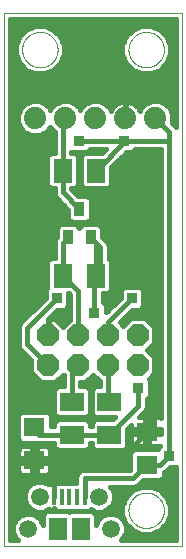
<source format=gbl>
G75*
%MOIN*%
%OFA0B0*%
%FSLAX25Y25*%
%IPPOS*%
%LPD*%
%AMOC8*
5,1,8,0,0,1.08239X$1,22.5*
%
%ADD10C,0.00000*%
%ADD11R,0.07087X0.06299*%
%ADD12OC8,0.07400*%
%ADD13C,0.07400*%
%ADD14R,0.03543X0.04724*%
%ADD15R,0.06299X0.07874*%
%ADD16R,0.07874X0.06299*%
%ADD17C,0.05937*%
%ADD18R,0.01575X0.05315*%
%ADD19R,0.05906X0.07480*%
%ADD20C,0.01600*%
%ADD21R,0.03562X0.03562*%
D10*
X0001800Y0005756D02*
X0001800Y0183295D01*
X0060855Y0183295D01*
X0060855Y0005756D01*
X0001800Y0005756D01*
X0043138Y0017567D02*
X0043140Y0017720D01*
X0043146Y0017874D01*
X0043156Y0018027D01*
X0043170Y0018179D01*
X0043188Y0018332D01*
X0043210Y0018483D01*
X0043235Y0018634D01*
X0043265Y0018785D01*
X0043299Y0018935D01*
X0043336Y0019083D01*
X0043377Y0019231D01*
X0043422Y0019377D01*
X0043471Y0019523D01*
X0043524Y0019667D01*
X0043580Y0019809D01*
X0043640Y0019950D01*
X0043704Y0020090D01*
X0043771Y0020228D01*
X0043842Y0020364D01*
X0043917Y0020498D01*
X0043994Y0020630D01*
X0044076Y0020760D01*
X0044160Y0020888D01*
X0044248Y0021014D01*
X0044339Y0021137D01*
X0044433Y0021258D01*
X0044531Y0021376D01*
X0044631Y0021492D01*
X0044735Y0021605D01*
X0044841Y0021716D01*
X0044950Y0021824D01*
X0045062Y0021929D01*
X0045176Y0022030D01*
X0045294Y0022129D01*
X0045413Y0022225D01*
X0045535Y0022318D01*
X0045660Y0022407D01*
X0045787Y0022494D01*
X0045916Y0022576D01*
X0046047Y0022656D01*
X0046180Y0022732D01*
X0046315Y0022805D01*
X0046452Y0022874D01*
X0046591Y0022939D01*
X0046731Y0023001D01*
X0046873Y0023059D01*
X0047016Y0023114D01*
X0047161Y0023165D01*
X0047307Y0023212D01*
X0047454Y0023255D01*
X0047602Y0023294D01*
X0047751Y0023330D01*
X0047901Y0023361D01*
X0048052Y0023389D01*
X0048203Y0023413D01*
X0048356Y0023433D01*
X0048508Y0023449D01*
X0048661Y0023461D01*
X0048814Y0023469D01*
X0048967Y0023473D01*
X0049121Y0023473D01*
X0049274Y0023469D01*
X0049427Y0023461D01*
X0049580Y0023449D01*
X0049732Y0023433D01*
X0049885Y0023413D01*
X0050036Y0023389D01*
X0050187Y0023361D01*
X0050337Y0023330D01*
X0050486Y0023294D01*
X0050634Y0023255D01*
X0050781Y0023212D01*
X0050927Y0023165D01*
X0051072Y0023114D01*
X0051215Y0023059D01*
X0051357Y0023001D01*
X0051497Y0022939D01*
X0051636Y0022874D01*
X0051773Y0022805D01*
X0051908Y0022732D01*
X0052041Y0022656D01*
X0052172Y0022576D01*
X0052301Y0022494D01*
X0052428Y0022407D01*
X0052553Y0022318D01*
X0052675Y0022225D01*
X0052794Y0022129D01*
X0052912Y0022030D01*
X0053026Y0021929D01*
X0053138Y0021824D01*
X0053247Y0021716D01*
X0053353Y0021605D01*
X0053457Y0021492D01*
X0053557Y0021376D01*
X0053655Y0021258D01*
X0053749Y0021137D01*
X0053840Y0021014D01*
X0053928Y0020888D01*
X0054012Y0020760D01*
X0054094Y0020630D01*
X0054171Y0020498D01*
X0054246Y0020364D01*
X0054317Y0020228D01*
X0054384Y0020090D01*
X0054448Y0019950D01*
X0054508Y0019809D01*
X0054564Y0019667D01*
X0054617Y0019523D01*
X0054666Y0019377D01*
X0054711Y0019231D01*
X0054752Y0019083D01*
X0054789Y0018935D01*
X0054823Y0018785D01*
X0054853Y0018634D01*
X0054878Y0018483D01*
X0054900Y0018332D01*
X0054918Y0018179D01*
X0054932Y0018027D01*
X0054942Y0017874D01*
X0054948Y0017720D01*
X0054950Y0017567D01*
X0054948Y0017414D01*
X0054942Y0017260D01*
X0054932Y0017107D01*
X0054918Y0016955D01*
X0054900Y0016802D01*
X0054878Y0016651D01*
X0054853Y0016500D01*
X0054823Y0016349D01*
X0054789Y0016199D01*
X0054752Y0016051D01*
X0054711Y0015903D01*
X0054666Y0015757D01*
X0054617Y0015611D01*
X0054564Y0015467D01*
X0054508Y0015325D01*
X0054448Y0015184D01*
X0054384Y0015044D01*
X0054317Y0014906D01*
X0054246Y0014770D01*
X0054171Y0014636D01*
X0054094Y0014504D01*
X0054012Y0014374D01*
X0053928Y0014246D01*
X0053840Y0014120D01*
X0053749Y0013997D01*
X0053655Y0013876D01*
X0053557Y0013758D01*
X0053457Y0013642D01*
X0053353Y0013529D01*
X0053247Y0013418D01*
X0053138Y0013310D01*
X0053026Y0013205D01*
X0052912Y0013104D01*
X0052794Y0013005D01*
X0052675Y0012909D01*
X0052553Y0012816D01*
X0052428Y0012727D01*
X0052301Y0012640D01*
X0052172Y0012558D01*
X0052041Y0012478D01*
X0051908Y0012402D01*
X0051773Y0012329D01*
X0051636Y0012260D01*
X0051497Y0012195D01*
X0051357Y0012133D01*
X0051215Y0012075D01*
X0051072Y0012020D01*
X0050927Y0011969D01*
X0050781Y0011922D01*
X0050634Y0011879D01*
X0050486Y0011840D01*
X0050337Y0011804D01*
X0050187Y0011773D01*
X0050036Y0011745D01*
X0049885Y0011721D01*
X0049732Y0011701D01*
X0049580Y0011685D01*
X0049427Y0011673D01*
X0049274Y0011665D01*
X0049121Y0011661D01*
X0048967Y0011661D01*
X0048814Y0011665D01*
X0048661Y0011673D01*
X0048508Y0011685D01*
X0048356Y0011701D01*
X0048203Y0011721D01*
X0048052Y0011745D01*
X0047901Y0011773D01*
X0047751Y0011804D01*
X0047602Y0011840D01*
X0047454Y0011879D01*
X0047307Y0011922D01*
X0047161Y0011969D01*
X0047016Y0012020D01*
X0046873Y0012075D01*
X0046731Y0012133D01*
X0046591Y0012195D01*
X0046452Y0012260D01*
X0046315Y0012329D01*
X0046180Y0012402D01*
X0046047Y0012478D01*
X0045916Y0012558D01*
X0045787Y0012640D01*
X0045660Y0012727D01*
X0045535Y0012816D01*
X0045413Y0012909D01*
X0045294Y0013005D01*
X0045176Y0013104D01*
X0045062Y0013205D01*
X0044950Y0013310D01*
X0044841Y0013418D01*
X0044735Y0013529D01*
X0044631Y0013642D01*
X0044531Y0013758D01*
X0044433Y0013876D01*
X0044339Y0013997D01*
X0044248Y0014120D01*
X0044160Y0014246D01*
X0044076Y0014374D01*
X0043994Y0014504D01*
X0043917Y0014636D01*
X0043842Y0014770D01*
X0043771Y0014906D01*
X0043704Y0015044D01*
X0043640Y0015184D01*
X0043580Y0015325D01*
X0043524Y0015467D01*
X0043471Y0015611D01*
X0043422Y0015757D01*
X0043377Y0015903D01*
X0043336Y0016051D01*
X0043299Y0016199D01*
X0043265Y0016349D01*
X0043235Y0016500D01*
X0043210Y0016651D01*
X0043188Y0016802D01*
X0043170Y0016955D01*
X0043156Y0017107D01*
X0043146Y0017260D01*
X0043140Y0017414D01*
X0043138Y0017567D01*
X0043138Y0171110D02*
X0043140Y0171263D01*
X0043146Y0171417D01*
X0043156Y0171570D01*
X0043170Y0171722D01*
X0043188Y0171875D01*
X0043210Y0172026D01*
X0043235Y0172177D01*
X0043265Y0172328D01*
X0043299Y0172478D01*
X0043336Y0172626D01*
X0043377Y0172774D01*
X0043422Y0172920D01*
X0043471Y0173066D01*
X0043524Y0173210D01*
X0043580Y0173352D01*
X0043640Y0173493D01*
X0043704Y0173633D01*
X0043771Y0173771D01*
X0043842Y0173907D01*
X0043917Y0174041D01*
X0043994Y0174173D01*
X0044076Y0174303D01*
X0044160Y0174431D01*
X0044248Y0174557D01*
X0044339Y0174680D01*
X0044433Y0174801D01*
X0044531Y0174919D01*
X0044631Y0175035D01*
X0044735Y0175148D01*
X0044841Y0175259D01*
X0044950Y0175367D01*
X0045062Y0175472D01*
X0045176Y0175573D01*
X0045294Y0175672D01*
X0045413Y0175768D01*
X0045535Y0175861D01*
X0045660Y0175950D01*
X0045787Y0176037D01*
X0045916Y0176119D01*
X0046047Y0176199D01*
X0046180Y0176275D01*
X0046315Y0176348D01*
X0046452Y0176417D01*
X0046591Y0176482D01*
X0046731Y0176544D01*
X0046873Y0176602D01*
X0047016Y0176657D01*
X0047161Y0176708D01*
X0047307Y0176755D01*
X0047454Y0176798D01*
X0047602Y0176837D01*
X0047751Y0176873D01*
X0047901Y0176904D01*
X0048052Y0176932D01*
X0048203Y0176956D01*
X0048356Y0176976D01*
X0048508Y0176992D01*
X0048661Y0177004D01*
X0048814Y0177012D01*
X0048967Y0177016D01*
X0049121Y0177016D01*
X0049274Y0177012D01*
X0049427Y0177004D01*
X0049580Y0176992D01*
X0049732Y0176976D01*
X0049885Y0176956D01*
X0050036Y0176932D01*
X0050187Y0176904D01*
X0050337Y0176873D01*
X0050486Y0176837D01*
X0050634Y0176798D01*
X0050781Y0176755D01*
X0050927Y0176708D01*
X0051072Y0176657D01*
X0051215Y0176602D01*
X0051357Y0176544D01*
X0051497Y0176482D01*
X0051636Y0176417D01*
X0051773Y0176348D01*
X0051908Y0176275D01*
X0052041Y0176199D01*
X0052172Y0176119D01*
X0052301Y0176037D01*
X0052428Y0175950D01*
X0052553Y0175861D01*
X0052675Y0175768D01*
X0052794Y0175672D01*
X0052912Y0175573D01*
X0053026Y0175472D01*
X0053138Y0175367D01*
X0053247Y0175259D01*
X0053353Y0175148D01*
X0053457Y0175035D01*
X0053557Y0174919D01*
X0053655Y0174801D01*
X0053749Y0174680D01*
X0053840Y0174557D01*
X0053928Y0174431D01*
X0054012Y0174303D01*
X0054094Y0174173D01*
X0054171Y0174041D01*
X0054246Y0173907D01*
X0054317Y0173771D01*
X0054384Y0173633D01*
X0054448Y0173493D01*
X0054508Y0173352D01*
X0054564Y0173210D01*
X0054617Y0173066D01*
X0054666Y0172920D01*
X0054711Y0172774D01*
X0054752Y0172626D01*
X0054789Y0172478D01*
X0054823Y0172328D01*
X0054853Y0172177D01*
X0054878Y0172026D01*
X0054900Y0171875D01*
X0054918Y0171722D01*
X0054932Y0171570D01*
X0054942Y0171417D01*
X0054948Y0171263D01*
X0054950Y0171110D01*
X0054948Y0170957D01*
X0054942Y0170803D01*
X0054932Y0170650D01*
X0054918Y0170498D01*
X0054900Y0170345D01*
X0054878Y0170194D01*
X0054853Y0170043D01*
X0054823Y0169892D01*
X0054789Y0169742D01*
X0054752Y0169594D01*
X0054711Y0169446D01*
X0054666Y0169300D01*
X0054617Y0169154D01*
X0054564Y0169010D01*
X0054508Y0168868D01*
X0054448Y0168727D01*
X0054384Y0168587D01*
X0054317Y0168449D01*
X0054246Y0168313D01*
X0054171Y0168179D01*
X0054094Y0168047D01*
X0054012Y0167917D01*
X0053928Y0167789D01*
X0053840Y0167663D01*
X0053749Y0167540D01*
X0053655Y0167419D01*
X0053557Y0167301D01*
X0053457Y0167185D01*
X0053353Y0167072D01*
X0053247Y0166961D01*
X0053138Y0166853D01*
X0053026Y0166748D01*
X0052912Y0166647D01*
X0052794Y0166548D01*
X0052675Y0166452D01*
X0052553Y0166359D01*
X0052428Y0166270D01*
X0052301Y0166183D01*
X0052172Y0166101D01*
X0052041Y0166021D01*
X0051908Y0165945D01*
X0051773Y0165872D01*
X0051636Y0165803D01*
X0051497Y0165738D01*
X0051357Y0165676D01*
X0051215Y0165618D01*
X0051072Y0165563D01*
X0050927Y0165512D01*
X0050781Y0165465D01*
X0050634Y0165422D01*
X0050486Y0165383D01*
X0050337Y0165347D01*
X0050187Y0165316D01*
X0050036Y0165288D01*
X0049885Y0165264D01*
X0049732Y0165244D01*
X0049580Y0165228D01*
X0049427Y0165216D01*
X0049274Y0165208D01*
X0049121Y0165204D01*
X0048967Y0165204D01*
X0048814Y0165208D01*
X0048661Y0165216D01*
X0048508Y0165228D01*
X0048356Y0165244D01*
X0048203Y0165264D01*
X0048052Y0165288D01*
X0047901Y0165316D01*
X0047751Y0165347D01*
X0047602Y0165383D01*
X0047454Y0165422D01*
X0047307Y0165465D01*
X0047161Y0165512D01*
X0047016Y0165563D01*
X0046873Y0165618D01*
X0046731Y0165676D01*
X0046591Y0165738D01*
X0046452Y0165803D01*
X0046315Y0165872D01*
X0046180Y0165945D01*
X0046047Y0166021D01*
X0045916Y0166101D01*
X0045787Y0166183D01*
X0045660Y0166270D01*
X0045535Y0166359D01*
X0045413Y0166452D01*
X0045294Y0166548D01*
X0045176Y0166647D01*
X0045062Y0166748D01*
X0044950Y0166853D01*
X0044841Y0166961D01*
X0044735Y0167072D01*
X0044631Y0167185D01*
X0044531Y0167301D01*
X0044433Y0167419D01*
X0044339Y0167540D01*
X0044248Y0167663D01*
X0044160Y0167789D01*
X0044076Y0167917D01*
X0043994Y0168047D01*
X0043917Y0168179D01*
X0043842Y0168313D01*
X0043771Y0168449D01*
X0043704Y0168587D01*
X0043640Y0168727D01*
X0043580Y0168868D01*
X0043524Y0169010D01*
X0043471Y0169154D01*
X0043422Y0169300D01*
X0043377Y0169446D01*
X0043336Y0169594D01*
X0043299Y0169742D01*
X0043265Y0169892D01*
X0043235Y0170043D01*
X0043210Y0170194D01*
X0043188Y0170345D01*
X0043170Y0170498D01*
X0043156Y0170650D01*
X0043146Y0170803D01*
X0043140Y0170957D01*
X0043138Y0171110D01*
X0007705Y0171110D02*
X0007707Y0171263D01*
X0007713Y0171417D01*
X0007723Y0171570D01*
X0007737Y0171722D01*
X0007755Y0171875D01*
X0007777Y0172026D01*
X0007802Y0172177D01*
X0007832Y0172328D01*
X0007866Y0172478D01*
X0007903Y0172626D01*
X0007944Y0172774D01*
X0007989Y0172920D01*
X0008038Y0173066D01*
X0008091Y0173210D01*
X0008147Y0173352D01*
X0008207Y0173493D01*
X0008271Y0173633D01*
X0008338Y0173771D01*
X0008409Y0173907D01*
X0008484Y0174041D01*
X0008561Y0174173D01*
X0008643Y0174303D01*
X0008727Y0174431D01*
X0008815Y0174557D01*
X0008906Y0174680D01*
X0009000Y0174801D01*
X0009098Y0174919D01*
X0009198Y0175035D01*
X0009302Y0175148D01*
X0009408Y0175259D01*
X0009517Y0175367D01*
X0009629Y0175472D01*
X0009743Y0175573D01*
X0009861Y0175672D01*
X0009980Y0175768D01*
X0010102Y0175861D01*
X0010227Y0175950D01*
X0010354Y0176037D01*
X0010483Y0176119D01*
X0010614Y0176199D01*
X0010747Y0176275D01*
X0010882Y0176348D01*
X0011019Y0176417D01*
X0011158Y0176482D01*
X0011298Y0176544D01*
X0011440Y0176602D01*
X0011583Y0176657D01*
X0011728Y0176708D01*
X0011874Y0176755D01*
X0012021Y0176798D01*
X0012169Y0176837D01*
X0012318Y0176873D01*
X0012468Y0176904D01*
X0012619Y0176932D01*
X0012770Y0176956D01*
X0012923Y0176976D01*
X0013075Y0176992D01*
X0013228Y0177004D01*
X0013381Y0177012D01*
X0013534Y0177016D01*
X0013688Y0177016D01*
X0013841Y0177012D01*
X0013994Y0177004D01*
X0014147Y0176992D01*
X0014299Y0176976D01*
X0014452Y0176956D01*
X0014603Y0176932D01*
X0014754Y0176904D01*
X0014904Y0176873D01*
X0015053Y0176837D01*
X0015201Y0176798D01*
X0015348Y0176755D01*
X0015494Y0176708D01*
X0015639Y0176657D01*
X0015782Y0176602D01*
X0015924Y0176544D01*
X0016064Y0176482D01*
X0016203Y0176417D01*
X0016340Y0176348D01*
X0016475Y0176275D01*
X0016608Y0176199D01*
X0016739Y0176119D01*
X0016868Y0176037D01*
X0016995Y0175950D01*
X0017120Y0175861D01*
X0017242Y0175768D01*
X0017361Y0175672D01*
X0017479Y0175573D01*
X0017593Y0175472D01*
X0017705Y0175367D01*
X0017814Y0175259D01*
X0017920Y0175148D01*
X0018024Y0175035D01*
X0018124Y0174919D01*
X0018222Y0174801D01*
X0018316Y0174680D01*
X0018407Y0174557D01*
X0018495Y0174431D01*
X0018579Y0174303D01*
X0018661Y0174173D01*
X0018738Y0174041D01*
X0018813Y0173907D01*
X0018884Y0173771D01*
X0018951Y0173633D01*
X0019015Y0173493D01*
X0019075Y0173352D01*
X0019131Y0173210D01*
X0019184Y0173066D01*
X0019233Y0172920D01*
X0019278Y0172774D01*
X0019319Y0172626D01*
X0019356Y0172478D01*
X0019390Y0172328D01*
X0019420Y0172177D01*
X0019445Y0172026D01*
X0019467Y0171875D01*
X0019485Y0171722D01*
X0019499Y0171570D01*
X0019509Y0171417D01*
X0019515Y0171263D01*
X0019517Y0171110D01*
X0019515Y0170957D01*
X0019509Y0170803D01*
X0019499Y0170650D01*
X0019485Y0170498D01*
X0019467Y0170345D01*
X0019445Y0170194D01*
X0019420Y0170043D01*
X0019390Y0169892D01*
X0019356Y0169742D01*
X0019319Y0169594D01*
X0019278Y0169446D01*
X0019233Y0169300D01*
X0019184Y0169154D01*
X0019131Y0169010D01*
X0019075Y0168868D01*
X0019015Y0168727D01*
X0018951Y0168587D01*
X0018884Y0168449D01*
X0018813Y0168313D01*
X0018738Y0168179D01*
X0018661Y0168047D01*
X0018579Y0167917D01*
X0018495Y0167789D01*
X0018407Y0167663D01*
X0018316Y0167540D01*
X0018222Y0167419D01*
X0018124Y0167301D01*
X0018024Y0167185D01*
X0017920Y0167072D01*
X0017814Y0166961D01*
X0017705Y0166853D01*
X0017593Y0166748D01*
X0017479Y0166647D01*
X0017361Y0166548D01*
X0017242Y0166452D01*
X0017120Y0166359D01*
X0016995Y0166270D01*
X0016868Y0166183D01*
X0016739Y0166101D01*
X0016608Y0166021D01*
X0016475Y0165945D01*
X0016340Y0165872D01*
X0016203Y0165803D01*
X0016064Y0165738D01*
X0015924Y0165676D01*
X0015782Y0165618D01*
X0015639Y0165563D01*
X0015494Y0165512D01*
X0015348Y0165465D01*
X0015201Y0165422D01*
X0015053Y0165383D01*
X0014904Y0165347D01*
X0014754Y0165316D01*
X0014603Y0165288D01*
X0014452Y0165264D01*
X0014299Y0165244D01*
X0014147Y0165228D01*
X0013994Y0165216D01*
X0013841Y0165208D01*
X0013688Y0165204D01*
X0013534Y0165204D01*
X0013381Y0165208D01*
X0013228Y0165216D01*
X0013075Y0165228D01*
X0012923Y0165244D01*
X0012770Y0165264D01*
X0012619Y0165288D01*
X0012468Y0165316D01*
X0012318Y0165347D01*
X0012169Y0165383D01*
X0012021Y0165422D01*
X0011874Y0165465D01*
X0011728Y0165512D01*
X0011583Y0165563D01*
X0011440Y0165618D01*
X0011298Y0165676D01*
X0011158Y0165738D01*
X0011019Y0165803D01*
X0010882Y0165872D01*
X0010747Y0165945D01*
X0010614Y0166021D01*
X0010483Y0166101D01*
X0010354Y0166183D01*
X0010227Y0166270D01*
X0010102Y0166359D01*
X0009980Y0166452D01*
X0009861Y0166548D01*
X0009743Y0166647D01*
X0009629Y0166748D01*
X0009517Y0166853D01*
X0009408Y0166961D01*
X0009302Y0167072D01*
X0009198Y0167185D01*
X0009098Y0167301D01*
X0009000Y0167419D01*
X0008906Y0167540D01*
X0008815Y0167663D01*
X0008727Y0167789D01*
X0008643Y0167917D01*
X0008561Y0168047D01*
X0008484Y0168179D01*
X0008409Y0168313D01*
X0008338Y0168449D01*
X0008271Y0168587D01*
X0008207Y0168727D01*
X0008147Y0168868D01*
X0008091Y0169010D01*
X0008038Y0169154D01*
X0007989Y0169300D01*
X0007944Y0169446D01*
X0007903Y0169594D01*
X0007866Y0169742D01*
X0007832Y0169892D01*
X0007802Y0170043D01*
X0007777Y0170194D01*
X0007755Y0170345D01*
X0007737Y0170498D01*
X0007723Y0170650D01*
X0007713Y0170803D01*
X0007707Y0170957D01*
X0007705Y0171110D01*
D11*
X0011800Y0045205D03*
X0011800Y0034181D03*
X0049300Y0032744D03*
X0049300Y0043768D03*
D12*
X0046406Y0065874D03*
X0046406Y0075874D03*
X0036406Y0075874D03*
X0036406Y0065874D03*
X0026406Y0065874D03*
X0026406Y0075874D03*
X0016406Y0075874D03*
X0016406Y0065874D03*
D13*
X0012036Y0148256D03*
X0022036Y0148256D03*
X0032036Y0148256D03*
X0042036Y0148256D03*
X0052036Y0148256D03*
D14*
X0030540Y0108531D03*
X0026800Y0117980D03*
X0023060Y0108531D03*
D15*
X0021288Y0095756D03*
X0032312Y0095756D03*
X0032312Y0130756D03*
X0021288Y0130756D03*
D16*
X0024300Y0053768D03*
X0024300Y0042744D03*
X0036800Y0042744D03*
X0036800Y0053768D03*
D17*
X0033296Y0022094D03*
X0037233Y0011465D03*
X0013611Y0022094D03*
X0009674Y0011465D03*
D18*
X0018335Y0022094D03*
X0020894Y0022094D03*
X0023454Y0022094D03*
X0026013Y0022094D03*
X0028572Y0022094D03*
D19*
X0027391Y0011465D03*
X0019517Y0011465D03*
D20*
X0019279Y0017437D02*
X0030187Y0017437D01*
X0030589Y0017838D01*
X0032308Y0017126D01*
X0034284Y0017126D01*
X0036110Y0017882D01*
X0037508Y0019280D01*
X0038265Y0021106D01*
X0038265Y0023083D01*
X0037508Y0024909D01*
X0036961Y0025456D01*
X0045369Y0025456D01*
X0046398Y0025882D01*
X0048110Y0027594D01*
X0053672Y0027594D01*
X0054843Y0028766D01*
X0054843Y0030150D01*
X0055374Y0030370D01*
X0056979Y0031975D01*
X0058855Y0031975D01*
X0058855Y0007756D01*
X0040551Y0007756D01*
X0041445Y0008650D01*
X0042202Y0010476D01*
X0042202Y0012453D01*
X0041445Y0014279D01*
X0040047Y0015677D01*
X0038221Y0016433D01*
X0036245Y0016433D01*
X0034419Y0015677D01*
X0033021Y0014279D01*
X0032343Y0012643D01*
X0032343Y0016033D01*
X0031172Y0017205D01*
X0023609Y0017205D01*
X0023454Y0017049D01*
X0023298Y0017205D01*
X0015735Y0017205D01*
X0014564Y0016033D01*
X0014564Y0012643D01*
X0013886Y0014279D01*
X0012488Y0015677D01*
X0010662Y0016433D01*
X0008686Y0016433D01*
X0006860Y0015677D01*
X0005462Y0014279D01*
X0004706Y0012453D01*
X0004706Y0010476D01*
X0005462Y0008650D01*
X0006356Y0007756D01*
X0003800Y0007756D01*
X0003800Y0181295D01*
X0058855Y0181295D01*
X0058855Y0145397D01*
X0057559Y0146693D01*
X0057736Y0147122D01*
X0057736Y0149390D01*
X0056868Y0151485D01*
X0055265Y0153088D01*
X0053170Y0153956D01*
X0050902Y0153956D01*
X0048807Y0153088D01*
X0047204Y0151485D01*
X0046917Y0150792D01*
X0046740Y0151139D01*
X0046231Y0151839D01*
X0045619Y0152451D01*
X0044919Y0152960D01*
X0044147Y0153353D01*
X0043324Y0153620D01*
X0042469Y0153756D01*
X0042236Y0153756D01*
X0042236Y0148456D01*
X0041836Y0148456D01*
X0041836Y0153756D01*
X0041603Y0153756D01*
X0040748Y0153620D01*
X0039925Y0153353D01*
X0039154Y0152960D01*
X0038453Y0152451D01*
X0037841Y0151839D01*
X0037332Y0151139D01*
X0037155Y0150792D01*
X0036868Y0151485D01*
X0035265Y0153088D01*
X0033170Y0153956D01*
X0030902Y0153956D01*
X0028807Y0153088D01*
X0027204Y0151485D01*
X0027036Y0151080D01*
X0026868Y0151485D01*
X0025265Y0153088D01*
X0023170Y0153956D01*
X0020902Y0153956D01*
X0018807Y0153088D01*
X0017204Y0151485D01*
X0017036Y0151080D01*
X0016868Y0151485D01*
X0015265Y0153088D01*
X0013170Y0153956D01*
X0010902Y0153956D01*
X0008807Y0153088D01*
X0007204Y0151485D01*
X0006336Y0149390D01*
X0006336Y0147122D01*
X0007204Y0145027D01*
X0008807Y0143424D01*
X0010902Y0142556D01*
X0013170Y0142556D01*
X0015265Y0143424D01*
X0016868Y0145027D01*
X0017036Y0145432D01*
X0017204Y0145027D01*
X0018488Y0143743D01*
X0018488Y0136693D01*
X0017310Y0136693D01*
X0016139Y0135521D01*
X0016139Y0125990D01*
X0017310Y0124819D01*
X0018488Y0124819D01*
X0018488Y0122935D01*
X0018914Y0121906D01*
X0019702Y0121118D01*
X0023028Y0117792D01*
X0023028Y0114790D01*
X0024200Y0113618D01*
X0029400Y0113618D01*
X0030572Y0114790D01*
X0030572Y0121171D01*
X0029400Y0122343D01*
X0026398Y0122343D01*
X0024088Y0124652D01*
X0024088Y0124819D01*
X0025266Y0124819D01*
X0026438Y0125990D01*
X0026438Y0135521D01*
X0025266Y0136693D01*
X0024088Y0136693D01*
X0024088Y0137077D01*
X0024190Y0136975D01*
X0029410Y0136975D01*
X0030391Y0137956D01*
X0035552Y0137956D01*
X0034289Y0136693D01*
X0028334Y0136693D01*
X0027162Y0135521D01*
X0027162Y0125990D01*
X0028334Y0124819D01*
X0036290Y0124819D01*
X0037461Y0125990D01*
X0037461Y0131946D01*
X0042491Y0136975D01*
X0044410Y0136975D01*
X0045391Y0137956D01*
X0054000Y0137956D01*
X0054000Y0048306D01*
X0053949Y0048358D01*
X0053538Y0048595D01*
X0053080Y0048717D01*
X0050075Y0048717D01*
X0050075Y0044543D01*
X0048525Y0044543D01*
X0048525Y0048717D01*
X0046733Y0048717D01*
X0047992Y0049977D01*
X0047992Y0049977D01*
X0048780Y0050764D01*
X0049206Y0051793D01*
X0049206Y0054665D01*
X0050187Y0055646D01*
X0050187Y0060865D01*
X0049823Y0061230D01*
X0052106Y0063513D01*
X0052106Y0068235D01*
X0049467Y0070874D01*
X0052106Y0073513D01*
X0052106Y0078235D01*
X0048767Y0081574D01*
X0044045Y0081574D01*
X0041406Y0078935D01*
X0040173Y0080169D01*
X0044479Y0084475D01*
X0046910Y0084475D01*
X0048081Y0085646D01*
X0048081Y0090865D01*
X0046910Y0092037D01*
X0041690Y0092037D01*
X0040519Y0090865D01*
X0040519Y0088435D01*
X0035581Y0083497D01*
X0035581Y0085865D01*
X0034600Y0086847D01*
X0034600Y0089819D01*
X0036290Y0089819D01*
X0037461Y0090990D01*
X0037461Y0100521D01*
X0036588Y0101395D01*
X0036588Y0105840D01*
X0036162Y0106870D01*
X0035374Y0107657D01*
X0034312Y0108720D01*
X0034312Y0111722D01*
X0033140Y0112894D01*
X0027940Y0112894D01*
X0026800Y0111754D01*
X0025660Y0112894D01*
X0020460Y0112894D01*
X0019288Y0111722D01*
X0019288Y0108720D01*
X0018914Y0108346D01*
X0018488Y0107317D01*
X0018488Y0101693D01*
X0017310Y0101693D01*
X0016139Y0100521D01*
X0016139Y0091485D01*
X0015519Y0090865D01*
X0015519Y0088435D01*
X0006926Y0079842D01*
X0006500Y0078813D01*
X0006500Y0072423D01*
X0006926Y0071394D01*
X0007714Y0070607D01*
X0010706Y0067614D01*
X0010706Y0063513D01*
X0014045Y0060174D01*
X0018767Y0060174D01*
X0021406Y0062813D01*
X0021500Y0062719D01*
X0021500Y0058917D01*
X0019535Y0058917D01*
X0018363Y0057746D01*
X0018363Y0049790D01*
X0019535Y0048618D01*
X0029065Y0048618D01*
X0030237Y0049790D01*
X0030237Y0057746D01*
X0029065Y0058917D01*
X0027100Y0058917D01*
X0027100Y0060174D01*
X0028767Y0060174D01*
X0031406Y0062813D01*
X0033606Y0060613D01*
X0033606Y0058917D01*
X0032035Y0058917D01*
X0030863Y0057746D01*
X0030863Y0049790D01*
X0032035Y0048618D01*
X0038714Y0048618D01*
X0037990Y0047894D01*
X0032035Y0047894D01*
X0030863Y0046722D01*
X0030863Y0045544D01*
X0030237Y0045544D01*
X0030237Y0046722D01*
X0029065Y0047894D01*
X0019535Y0047894D01*
X0018363Y0046722D01*
X0018363Y0045544D01*
X0017343Y0045544D01*
X0017343Y0049183D01*
X0016172Y0050354D01*
X0007428Y0050354D01*
X0006257Y0049183D01*
X0006257Y0041227D01*
X0007428Y0040055D01*
X0012451Y0040055D01*
X0012719Y0039944D01*
X0012932Y0039944D01*
X0013138Y0039893D01*
X0013484Y0039944D01*
X0018363Y0039944D01*
X0018363Y0038766D01*
X0019535Y0037594D01*
X0029065Y0037594D01*
X0030237Y0038766D01*
X0030237Y0039944D01*
X0030863Y0039944D01*
X0030863Y0038766D01*
X0032035Y0037594D01*
X0041565Y0037594D01*
X0042737Y0038766D01*
X0042737Y0044721D01*
X0043957Y0045941D01*
X0043957Y0044543D01*
X0048525Y0044543D01*
X0048525Y0042993D01*
X0043957Y0042993D01*
X0043957Y0040381D01*
X0044079Y0039923D01*
X0044316Y0039513D01*
X0044651Y0039178D01*
X0045062Y0038941D01*
X0045520Y0038818D01*
X0048525Y0038818D01*
X0048525Y0042993D01*
X0050075Y0042993D01*
X0054000Y0042993D01*
X0054000Y0044543D01*
X0050075Y0044543D01*
X0050075Y0042993D01*
X0050075Y0038818D01*
X0053080Y0038818D01*
X0053538Y0038941D01*
X0053671Y0039018D01*
X0053019Y0038365D01*
X0053019Y0037894D01*
X0044928Y0037894D01*
X0043757Y0036722D01*
X0043757Y0031161D01*
X0043652Y0031056D01*
X0028015Y0031056D01*
X0026986Y0030630D01*
X0026198Y0029842D01*
X0025772Y0028813D01*
X0025772Y0026752D01*
X0019279Y0026752D01*
X0019079Y0026552D01*
X0018335Y0026552D01*
X0017311Y0026552D01*
X0016853Y0026429D01*
X0016504Y0026228D01*
X0016425Y0026307D01*
X0014599Y0027063D01*
X0012623Y0027063D01*
X0010797Y0026307D01*
X0009399Y0024909D01*
X0008643Y0023083D01*
X0008643Y0021106D01*
X0009399Y0019280D01*
X0010797Y0017882D01*
X0012623Y0017126D01*
X0014599Y0017126D01*
X0016425Y0017882D01*
X0016504Y0017961D01*
X0016853Y0017760D01*
X0017311Y0017637D01*
X0018335Y0017637D01*
X0018335Y0018380D01*
X0018335Y0018380D01*
X0018335Y0017637D01*
X0019079Y0017637D01*
X0019279Y0017437D01*
X0018335Y0022094D02*
X0018335Y0029378D01*
X0018335Y0034181D01*
X0011800Y0034181D01*
X0039713Y0034181D01*
X0049300Y0043768D01*
X0051800Y0043768D01*
X0051800Y0120756D01*
X0054000Y0120849D02*
X0030572Y0120849D01*
X0030572Y0119250D02*
X0054000Y0119250D01*
X0054000Y0117652D02*
X0030572Y0117652D01*
X0030572Y0116053D02*
X0054000Y0116053D01*
X0054000Y0114455D02*
X0030237Y0114455D01*
X0030540Y0108531D02*
X0032312Y0106760D01*
X0033788Y0105283D01*
X0033788Y0095756D01*
X0031800Y0093768D01*
X0031800Y0083256D01*
X0034600Y0087280D02*
X0039364Y0087280D01*
X0040519Y0088878D02*
X0034600Y0088878D01*
X0035581Y0085681D02*
X0037766Y0085681D01*
X0036948Y0090477D02*
X0040519Y0090477D01*
X0042488Y0082484D02*
X0054000Y0082484D01*
X0054000Y0080886D02*
X0049455Y0080886D01*
X0051054Y0079287D02*
X0054000Y0079287D01*
X0054000Y0077689D02*
X0052106Y0077689D01*
X0052106Y0076090D02*
X0054000Y0076090D01*
X0054000Y0074492D02*
X0052106Y0074492D01*
X0051487Y0072893D02*
X0054000Y0072893D01*
X0054000Y0071295D02*
X0049888Y0071295D01*
X0050645Y0069696D02*
X0054000Y0069696D01*
X0054000Y0068098D02*
X0052106Y0068098D01*
X0052106Y0066499D02*
X0054000Y0066499D01*
X0054000Y0064901D02*
X0052106Y0064901D01*
X0051896Y0063302D02*
X0054000Y0063302D01*
X0054000Y0061704D02*
X0050297Y0061704D01*
X0050187Y0060105D02*
X0054000Y0060105D01*
X0054000Y0058507D02*
X0050187Y0058507D01*
X0050187Y0056908D02*
X0054000Y0056908D01*
X0054000Y0055310D02*
X0049851Y0055310D01*
X0049206Y0053711D02*
X0054000Y0053711D01*
X0054000Y0052113D02*
X0049206Y0052113D01*
X0048530Y0050514D02*
X0054000Y0050514D01*
X0054000Y0048916D02*
X0046931Y0048916D01*
X0046406Y0052350D02*
X0046406Y0058256D01*
X0046406Y0052350D02*
X0036800Y0042744D01*
X0024300Y0042744D01*
X0013276Y0042744D01*
X0011800Y0045205D01*
X0011025Y0039131D02*
X0008020Y0039131D01*
X0007562Y0039008D01*
X0007151Y0038771D01*
X0006816Y0038436D01*
X0006579Y0038025D01*
X0006457Y0037568D01*
X0006457Y0034956D01*
X0011025Y0034956D01*
X0011025Y0033406D01*
X0012575Y0033406D01*
X0012575Y0029231D01*
X0015580Y0029231D01*
X0016038Y0029354D01*
X0016449Y0029591D01*
X0016784Y0029926D01*
X0017021Y0030337D01*
X0017143Y0030795D01*
X0017143Y0033406D01*
X0012575Y0033406D01*
X0012575Y0034956D01*
X0017143Y0034956D01*
X0017143Y0037568D01*
X0017021Y0038025D01*
X0016784Y0038436D01*
X0016449Y0038771D01*
X0016038Y0039008D01*
X0015580Y0039131D01*
X0012575Y0039131D01*
X0012575Y0034956D01*
X0011025Y0034956D01*
X0011025Y0039131D01*
X0011025Y0037726D02*
X0012575Y0037726D01*
X0012575Y0036128D02*
X0011025Y0036128D01*
X0011025Y0034529D02*
X0003800Y0034529D01*
X0003800Y0032931D02*
X0006457Y0032931D01*
X0006457Y0033406D02*
X0006457Y0030795D01*
X0006579Y0030337D01*
X0006816Y0029926D01*
X0007151Y0029591D01*
X0007562Y0029354D01*
X0008020Y0029231D01*
X0011025Y0029231D01*
X0011025Y0033406D01*
X0006457Y0033406D01*
X0006457Y0036128D02*
X0003800Y0036128D01*
X0003800Y0037726D02*
X0006499Y0037726D01*
X0006560Y0040923D02*
X0003800Y0040923D01*
X0003800Y0039325D02*
X0018363Y0039325D01*
X0019403Y0037726D02*
X0017101Y0037726D01*
X0017143Y0036128D02*
X0043757Y0036128D01*
X0043757Y0034529D02*
X0012575Y0034529D01*
X0012575Y0032931D02*
X0011025Y0032931D01*
X0011025Y0031332D02*
X0012575Y0031332D01*
X0012575Y0029734D02*
X0011025Y0029734D01*
X0011352Y0026537D02*
X0003800Y0026537D01*
X0003800Y0028135D02*
X0025772Y0028135D01*
X0026153Y0029734D02*
X0016591Y0029734D01*
X0017143Y0031332D02*
X0043757Y0031332D01*
X0043757Y0032931D02*
X0017143Y0032931D01*
X0017254Y0026537D02*
X0015870Y0026537D01*
X0018335Y0026537D02*
X0018335Y0026537D01*
X0018335Y0026552D02*
X0018335Y0025809D01*
X0018335Y0025809D01*
X0018335Y0026552D01*
X0015476Y0016945D02*
X0003800Y0016945D01*
X0003800Y0015347D02*
X0006530Y0015347D01*
X0005242Y0013748D02*
X0003800Y0013748D01*
X0003800Y0012150D02*
X0004706Y0012150D01*
X0004706Y0010551D02*
X0003800Y0010551D01*
X0003800Y0008953D02*
X0005336Y0008953D01*
X0003800Y0018544D02*
X0010135Y0018544D01*
X0009042Y0020143D02*
X0003800Y0020143D01*
X0003800Y0021741D02*
X0008643Y0021741D01*
X0008749Y0023340D02*
X0003800Y0023340D01*
X0003800Y0024938D02*
X0009428Y0024938D01*
X0007009Y0029734D02*
X0003800Y0029734D01*
X0003800Y0031332D02*
X0006457Y0031332D01*
X0006257Y0042522D02*
X0003800Y0042522D01*
X0003800Y0044120D02*
X0006257Y0044120D01*
X0006257Y0045719D02*
X0003800Y0045719D01*
X0003800Y0047317D02*
X0006257Y0047317D01*
X0006257Y0048916D02*
X0003800Y0048916D01*
X0003800Y0050514D02*
X0018363Y0050514D01*
X0018363Y0052113D02*
X0003800Y0052113D01*
X0003800Y0053711D02*
X0018363Y0053711D01*
X0018363Y0055310D02*
X0003800Y0055310D01*
X0003800Y0056908D02*
X0018363Y0056908D01*
X0019124Y0058507D02*
X0003800Y0058507D01*
X0003800Y0060105D02*
X0021500Y0060105D01*
X0021500Y0061704D02*
X0020297Y0061704D01*
X0024300Y0063768D02*
X0024300Y0053768D01*
X0027100Y0060105D02*
X0033606Y0060105D01*
X0032515Y0061704D02*
X0030297Y0061704D01*
X0029476Y0058507D02*
X0031624Y0058507D01*
X0030863Y0056908D02*
X0030237Y0056908D01*
X0030237Y0055310D02*
X0030863Y0055310D01*
X0030863Y0053711D02*
X0030237Y0053711D01*
X0030237Y0052113D02*
X0030863Y0052113D01*
X0030863Y0050514D02*
X0030237Y0050514D01*
X0029363Y0048916D02*
X0031737Y0048916D01*
X0031458Y0047317D02*
X0029642Y0047317D01*
X0030237Y0045719D02*
X0030863Y0045719D01*
X0030863Y0039325D02*
X0030237Y0039325D01*
X0029197Y0037726D02*
X0031903Y0037726D01*
X0028572Y0028256D02*
X0028572Y0022094D01*
X0028572Y0028256D02*
X0044812Y0028256D01*
X0049300Y0032744D01*
X0053788Y0032744D01*
X0056800Y0035756D01*
X0056800Y0140756D01*
X0042312Y0140756D01*
X0042056Y0140500D01*
X0041800Y0140756D01*
X0026800Y0140756D01*
X0026438Y0135235D02*
X0027162Y0135235D01*
X0027162Y0133637D02*
X0026438Y0133637D01*
X0026438Y0132038D02*
X0027162Y0132038D01*
X0027162Y0130440D02*
X0026438Y0130440D01*
X0026438Y0128841D02*
X0027162Y0128841D01*
X0027162Y0127243D02*
X0026438Y0127243D01*
X0026092Y0125644D02*
X0027508Y0125644D01*
X0026293Y0122447D02*
X0054000Y0122447D01*
X0054000Y0124046D02*
X0024694Y0124046D01*
X0021288Y0123492D02*
X0026800Y0117980D01*
X0025697Y0112856D02*
X0027903Y0112856D01*
X0023363Y0114455D02*
X0003800Y0114455D01*
X0003800Y0116053D02*
X0023028Y0116053D01*
X0023028Y0117652D02*
X0003800Y0117652D01*
X0003800Y0119250D02*
X0021570Y0119250D01*
X0021288Y0123492D02*
X0021288Y0130756D01*
X0021288Y0147193D01*
X0022036Y0148256D01*
X0025534Y0152819D02*
X0028538Y0152819D01*
X0027095Y0151220D02*
X0026978Y0151220D01*
X0024088Y0136834D02*
X0034430Y0136834D01*
X0032312Y0130756D02*
X0042056Y0140500D01*
X0042350Y0136834D02*
X0054000Y0136834D01*
X0054000Y0135235D02*
X0040751Y0135235D01*
X0039153Y0133637D02*
X0054000Y0133637D01*
X0054000Y0132038D02*
X0037554Y0132038D01*
X0037461Y0130440D02*
X0054000Y0130440D01*
X0054000Y0128841D02*
X0037461Y0128841D01*
X0037461Y0127243D02*
X0054000Y0127243D01*
X0054000Y0125644D02*
X0037115Y0125644D01*
X0033178Y0112856D02*
X0054000Y0112856D01*
X0054000Y0111258D02*
X0034312Y0111258D01*
X0034312Y0109659D02*
X0054000Y0109659D01*
X0054000Y0108061D02*
X0034971Y0108061D01*
X0036331Y0106462D02*
X0054000Y0106462D01*
X0054000Y0104864D02*
X0036588Y0104864D01*
X0036588Y0103265D02*
X0054000Y0103265D01*
X0054000Y0101667D02*
X0036588Y0101667D01*
X0037461Y0100068D02*
X0054000Y0100068D01*
X0054000Y0098470D02*
X0037461Y0098470D01*
X0037461Y0096871D02*
X0054000Y0096871D01*
X0054000Y0095273D02*
X0037461Y0095273D01*
X0037461Y0093674D02*
X0054000Y0093674D01*
X0054000Y0092076D02*
X0037461Y0092076D01*
X0036167Y0084083D02*
X0035581Y0084083D01*
X0036406Y0080362D02*
X0044300Y0088256D01*
X0044087Y0084083D02*
X0054000Y0084083D01*
X0054000Y0085681D02*
X0048081Y0085681D01*
X0048081Y0087280D02*
X0054000Y0087280D01*
X0054000Y0088878D02*
X0048081Y0088878D01*
X0048081Y0090477D02*
X0054000Y0090477D01*
X0043357Y0080886D02*
X0040890Y0080886D01*
X0041054Y0079287D02*
X0041759Y0079287D01*
X0036406Y0080362D02*
X0036406Y0075874D01*
X0036406Y0065874D02*
X0036406Y0054161D01*
X0036800Y0053768D01*
X0041697Y0037726D02*
X0044761Y0037726D01*
X0044505Y0039325D02*
X0042737Y0039325D01*
X0042737Y0040923D02*
X0043957Y0040923D01*
X0043957Y0042522D02*
X0042737Y0042522D01*
X0042737Y0044120D02*
X0048525Y0044120D01*
X0048525Y0042522D02*
X0050075Y0042522D01*
X0050075Y0044120D02*
X0054000Y0044120D01*
X0056800Y0035756D02*
X0056288Y0035244D01*
X0056336Y0031332D02*
X0058855Y0031332D01*
X0058855Y0029734D02*
X0054843Y0029734D01*
X0054212Y0028135D02*
X0058855Y0028135D01*
X0058855Y0026537D02*
X0047052Y0026537D01*
X0047472Y0025472D02*
X0044566Y0024269D01*
X0042342Y0022045D01*
X0041139Y0019139D01*
X0041139Y0015994D01*
X0042342Y0013089D01*
X0044566Y0010865D01*
X0047472Y0009661D01*
X0050617Y0009661D01*
X0053522Y0010865D01*
X0055746Y0013089D01*
X0056950Y0015994D01*
X0056950Y0019139D01*
X0055746Y0022045D01*
X0053522Y0024269D01*
X0050617Y0025472D01*
X0047472Y0025472D01*
X0046181Y0024938D02*
X0037479Y0024938D01*
X0038158Y0023340D02*
X0043637Y0023340D01*
X0042216Y0021741D02*
X0038265Y0021741D01*
X0037865Y0020143D02*
X0041554Y0020143D01*
X0041139Y0018544D02*
X0036772Y0018544D01*
X0034089Y0015347D02*
X0032343Y0015347D01*
X0032343Y0013748D02*
X0032801Y0013748D01*
X0031431Y0016945D02*
X0041139Y0016945D01*
X0041407Y0015347D02*
X0040377Y0015347D01*
X0041665Y0013748D02*
X0042069Y0013748D01*
X0042202Y0012150D02*
X0043281Y0012150D01*
X0042202Y0010551D02*
X0045323Y0010551D01*
X0041571Y0008953D02*
X0058855Y0008953D01*
X0058855Y0010551D02*
X0052765Y0010551D01*
X0054807Y0012150D02*
X0058855Y0012150D01*
X0058855Y0013748D02*
X0056019Y0013748D01*
X0056681Y0015347D02*
X0058855Y0015347D01*
X0058855Y0016945D02*
X0056950Y0016945D01*
X0056950Y0018544D02*
X0058855Y0018544D01*
X0058855Y0020143D02*
X0056534Y0020143D01*
X0055872Y0021741D02*
X0058855Y0021741D01*
X0058855Y0023340D02*
X0054452Y0023340D01*
X0051907Y0024938D02*
X0058855Y0024938D01*
X0050075Y0039325D02*
X0048525Y0039325D01*
X0048525Y0040923D02*
X0050075Y0040923D01*
X0050075Y0045719D02*
X0048525Y0045719D01*
X0048525Y0047317D02*
X0050075Y0047317D01*
X0043957Y0045719D02*
X0043734Y0045719D01*
X0024300Y0063768D02*
X0026406Y0065874D01*
X0026406Y0075874D02*
X0026406Y0090638D01*
X0021288Y0095756D01*
X0021288Y0106760D01*
X0023060Y0108531D01*
X0020422Y0112856D02*
X0003800Y0112856D01*
X0003800Y0111258D02*
X0019288Y0111258D01*
X0019288Y0109659D02*
X0003800Y0109659D01*
X0003800Y0108061D02*
X0018796Y0108061D01*
X0018488Y0106462D02*
X0003800Y0106462D01*
X0003800Y0104864D02*
X0018488Y0104864D01*
X0018488Y0103265D02*
X0003800Y0103265D01*
X0003800Y0101667D02*
X0017284Y0101667D01*
X0016139Y0100068D02*
X0003800Y0100068D01*
X0003800Y0098470D02*
X0016139Y0098470D01*
X0016139Y0096871D02*
X0003800Y0096871D01*
X0003800Y0095273D02*
X0016139Y0095273D01*
X0016139Y0093674D02*
X0003800Y0093674D01*
X0003800Y0092076D02*
X0016139Y0092076D01*
X0015519Y0090477D02*
X0003800Y0090477D01*
X0003800Y0088878D02*
X0015519Y0088878D01*
X0014364Y0087280D02*
X0003800Y0087280D01*
X0003800Y0085681D02*
X0012766Y0085681D01*
X0011167Y0084083D02*
X0003800Y0084083D01*
X0003800Y0082484D02*
X0009569Y0082484D01*
X0009300Y0078256D02*
X0019300Y0088256D01*
X0019479Y0084475D02*
X0021910Y0084475D01*
X0023081Y0085646D01*
X0023081Y0089819D01*
X0023265Y0089819D01*
X0023606Y0089478D01*
X0023606Y0081135D01*
X0021265Y0078794D01*
X0018684Y0081374D01*
X0016606Y0081374D01*
X0016606Y0076074D01*
X0016206Y0076074D01*
X0016206Y0081202D01*
X0019479Y0084475D01*
X0019087Y0084083D02*
X0023606Y0084083D01*
X0023606Y0085681D02*
X0023081Y0085681D01*
X0023081Y0087280D02*
X0023606Y0087280D01*
X0023606Y0088878D02*
X0023081Y0088878D01*
X0023606Y0082484D02*
X0017488Y0082484D01*
X0016606Y0080886D02*
X0016206Y0080886D01*
X0016206Y0079287D02*
X0016606Y0079287D01*
X0016606Y0077689D02*
X0016206Y0077689D01*
X0016206Y0076090D02*
X0016606Y0076090D01*
X0019173Y0080886D02*
X0023357Y0080886D01*
X0021759Y0079287D02*
X0020771Y0079287D01*
X0009300Y0072980D02*
X0016406Y0065874D01*
X0012515Y0061704D02*
X0003800Y0061704D01*
X0003800Y0063302D02*
X0010917Y0063302D01*
X0010706Y0064901D02*
X0003800Y0064901D01*
X0003800Y0066499D02*
X0010706Y0066499D01*
X0010223Y0068098D02*
X0003800Y0068098D01*
X0003800Y0069696D02*
X0008624Y0069696D01*
X0007026Y0071295D02*
X0003800Y0071295D01*
X0003800Y0072893D02*
X0006500Y0072893D01*
X0006500Y0074492D02*
X0003800Y0074492D01*
X0003800Y0076090D02*
X0006500Y0076090D01*
X0006500Y0077689D02*
X0003800Y0077689D01*
X0003800Y0079287D02*
X0006697Y0079287D01*
X0007970Y0080886D02*
X0003800Y0080886D01*
X0009300Y0078256D02*
X0009300Y0072980D01*
X0017343Y0048916D02*
X0019237Y0048916D01*
X0018958Y0047317D02*
X0017343Y0047317D01*
X0017343Y0045719D02*
X0018363Y0045719D01*
X0014564Y0015347D02*
X0012818Y0015347D01*
X0014106Y0013748D02*
X0014564Y0013748D01*
X0032312Y0095756D02*
X0032312Y0106760D01*
X0019972Y0120849D02*
X0003800Y0120849D01*
X0003800Y0122447D02*
X0018690Y0122447D01*
X0018488Y0124046D02*
X0003800Y0124046D01*
X0003800Y0125644D02*
X0016485Y0125644D01*
X0016139Y0127243D02*
X0003800Y0127243D01*
X0003800Y0128841D02*
X0016139Y0128841D01*
X0016139Y0130440D02*
X0003800Y0130440D01*
X0003800Y0132038D02*
X0016139Y0132038D01*
X0016139Y0133637D02*
X0003800Y0133637D01*
X0003800Y0135235D02*
X0016139Y0135235D01*
X0018488Y0136834D02*
X0003800Y0136834D01*
X0003800Y0138432D02*
X0018488Y0138432D01*
X0018488Y0140031D02*
X0003800Y0140031D01*
X0003800Y0141629D02*
X0018488Y0141629D01*
X0018488Y0143228D02*
X0014792Y0143228D01*
X0016668Y0144826D02*
X0017405Y0144826D01*
X0017095Y0151220D02*
X0016978Y0151220D01*
X0015534Y0152819D02*
X0018538Y0152819D01*
X0015184Y0163205D02*
X0018089Y0164408D01*
X0020313Y0166632D01*
X0021517Y0169538D01*
X0021517Y0172683D01*
X0020313Y0175588D01*
X0018089Y0177812D01*
X0015184Y0179016D01*
X0012039Y0179016D01*
X0009133Y0177812D01*
X0006909Y0175588D01*
X0005706Y0172683D01*
X0005706Y0169538D01*
X0006909Y0166632D01*
X0009133Y0164408D01*
X0012039Y0163205D01*
X0015184Y0163205D01*
X0017124Y0164009D02*
X0045531Y0164009D01*
X0044566Y0164408D02*
X0047472Y0163205D01*
X0050617Y0163205D01*
X0053522Y0164408D01*
X0055746Y0166632D01*
X0056950Y0169538D01*
X0056950Y0172683D01*
X0055746Y0175588D01*
X0053522Y0177812D01*
X0050617Y0179016D01*
X0047472Y0179016D01*
X0044566Y0177812D01*
X0042342Y0175588D01*
X0041139Y0172683D01*
X0041139Y0169538D01*
X0042342Y0166632D01*
X0044566Y0164408D01*
X0043367Y0165607D02*
X0019288Y0165607D01*
X0020550Y0167206D02*
X0042105Y0167206D01*
X0041442Y0168804D02*
X0021213Y0168804D01*
X0021517Y0170403D02*
X0041139Y0170403D01*
X0041139Y0172001D02*
X0021517Y0172001D01*
X0021137Y0173600D02*
X0041518Y0173600D01*
X0042180Y0175198D02*
X0020475Y0175198D01*
X0019105Y0176797D02*
X0043550Y0176797D01*
X0045973Y0178395D02*
X0016682Y0178395D01*
X0010540Y0178395D02*
X0003800Y0178395D01*
X0003800Y0176797D02*
X0008117Y0176797D01*
X0006747Y0175198D02*
X0003800Y0175198D01*
X0003800Y0173600D02*
X0006085Y0173600D01*
X0005706Y0172001D02*
X0003800Y0172001D01*
X0003800Y0170403D02*
X0005706Y0170403D01*
X0006009Y0168804D02*
X0003800Y0168804D01*
X0003800Y0167206D02*
X0006672Y0167206D01*
X0007934Y0165607D02*
X0003800Y0165607D01*
X0003800Y0164009D02*
X0010098Y0164009D01*
X0008538Y0152819D02*
X0003800Y0152819D01*
X0003800Y0154417D02*
X0058855Y0154417D01*
X0058855Y0152819D02*
X0055534Y0152819D01*
X0056978Y0151220D02*
X0058855Y0151220D01*
X0058855Y0149622D02*
X0057640Y0149622D01*
X0057736Y0148023D02*
X0058855Y0148023D01*
X0058855Y0146425D02*
X0057827Y0146425D01*
X0056800Y0143492D02*
X0052036Y0148256D01*
X0048538Y0152819D02*
X0045113Y0152819D01*
X0046681Y0151220D02*
X0047095Y0151220D01*
X0042236Y0151220D02*
X0041836Y0151220D01*
X0041836Y0149622D02*
X0042236Y0149622D01*
X0042236Y0152819D02*
X0041836Y0152819D01*
X0038960Y0152819D02*
X0035534Y0152819D01*
X0036978Y0151220D02*
X0037392Y0151220D01*
X0052557Y0164009D02*
X0058855Y0164009D01*
X0058855Y0165607D02*
X0054721Y0165607D01*
X0055984Y0167206D02*
X0058855Y0167206D01*
X0058855Y0168804D02*
X0056646Y0168804D01*
X0056950Y0170403D02*
X0058855Y0170403D01*
X0058855Y0172001D02*
X0056950Y0172001D01*
X0056570Y0173600D02*
X0058855Y0173600D01*
X0058855Y0175198D02*
X0055908Y0175198D01*
X0054538Y0176797D02*
X0058855Y0176797D01*
X0058855Y0178395D02*
X0052115Y0178395D01*
X0058855Y0179994D02*
X0003800Y0179994D01*
X0003800Y0162410D02*
X0058855Y0162410D01*
X0058855Y0160812D02*
X0003800Y0160812D01*
X0003800Y0159213D02*
X0058855Y0159213D01*
X0058855Y0157614D02*
X0003800Y0157614D01*
X0003800Y0156016D02*
X0058855Y0156016D01*
X0056800Y0143492D02*
X0056800Y0140756D01*
X0009280Y0143228D02*
X0003800Y0143228D01*
X0003800Y0144826D02*
X0007405Y0144826D01*
X0006625Y0146425D02*
X0003800Y0146425D01*
X0003800Y0148023D02*
X0006336Y0148023D01*
X0006432Y0149622D02*
X0003800Y0149622D01*
X0003800Y0151220D02*
X0007095Y0151220D01*
D21*
X0026800Y0140756D03*
X0041800Y0140756D03*
X0051800Y0120756D03*
X0044300Y0088256D03*
X0046406Y0058256D03*
X0056800Y0035756D03*
X0031800Y0083256D03*
X0019300Y0088256D03*
X0018335Y0029378D03*
M02*

</source>
